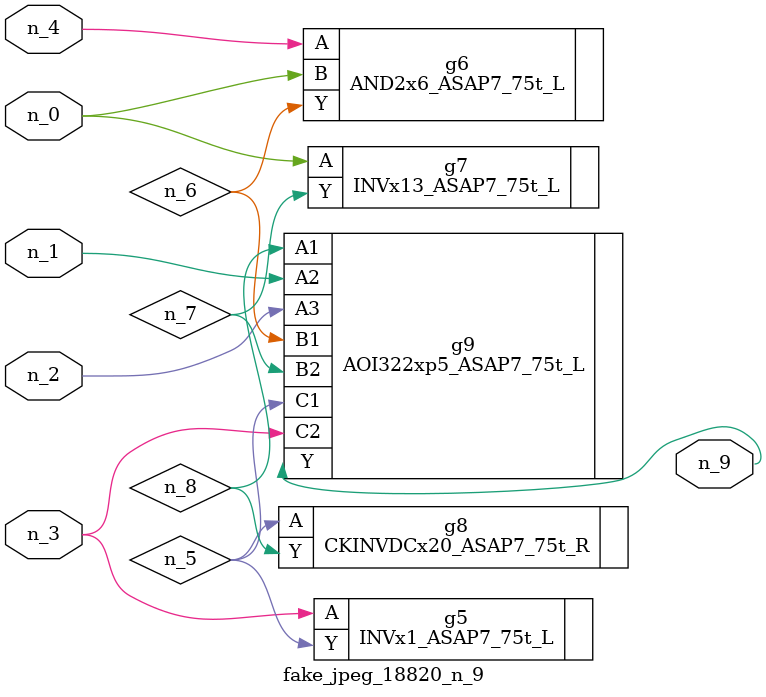
<source format=v>
module fake_jpeg_18820_n_9 (n_3, n_2, n_1, n_0, n_4, n_9);

input n_3;
input n_2;
input n_1;
input n_0;
input n_4;

output n_9;

wire n_8;
wire n_6;
wire n_5;
wire n_7;

INVx1_ASAP7_75t_L g5 ( 
.A(n_3),
.Y(n_5)
);

AND2x6_ASAP7_75t_L g6 ( 
.A(n_4),
.B(n_0),
.Y(n_6)
);

INVx13_ASAP7_75t_L g7 ( 
.A(n_0),
.Y(n_7)
);

CKINVDCx20_ASAP7_75t_R g8 ( 
.A(n_5),
.Y(n_8)
);

AOI322xp5_ASAP7_75t_L g9 ( 
.A1(n_8),
.A2(n_1),
.A3(n_2),
.B1(n_6),
.B2(n_7),
.C1(n_5),
.C2(n_3),
.Y(n_9)
);


endmodule
</source>
